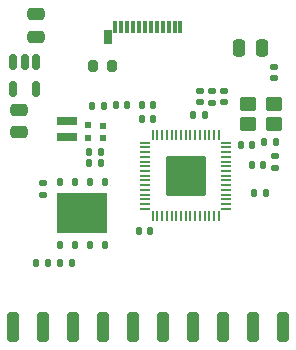
<source format=gbr>
%TF.GenerationSoftware,KiCad,Pcbnew,9.0.4*%
%TF.CreationDate,2025-09-16T12:11:03+02:00*%
%TF.ProjectId,rp2350_gpio_card,72703233-3530-45f6-9770-696f5f636172,X1*%
%TF.SameCoordinates,Original*%
%TF.FileFunction,Soldermask,Top*%
%TF.FilePolarity,Negative*%
%FSLAX46Y46*%
G04 Gerber Fmt 4.6, Leading zero omitted, Abs format (unit mm)*
G04 Created by KiCad (PCBNEW 9.0.4) date 2025-09-16 12:11:03*
%MOMM*%
%LPD*%
G01*
G04 APERTURE LIST*
G04 Aperture macros list*
%AMRoundRect*
0 Rectangle with rounded corners*
0 $1 Rounding radius*
0 $2 $3 $4 $5 $6 $7 $8 $9 X,Y pos of 4 corners*
0 Add a 4 corners polygon primitive as box body*
4,1,4,$2,$3,$4,$5,$6,$7,$8,$9,$2,$3,0*
0 Add four circle primitives for the rounded corners*
1,1,$1+$1,$2,$3*
1,1,$1+$1,$4,$5*
1,1,$1+$1,$6,$7*
1,1,$1+$1,$8,$9*
0 Add four rect primitives between the rounded corners*
20,1,$1+$1,$2,$3,$4,$5,0*
20,1,$1+$1,$4,$5,$6,$7,0*
20,1,$1+$1,$6,$7,$8,$9,0*
20,1,$1+$1,$8,$9,$2,$3,0*%
%AMFreePoly0*
4,1,18,-0.437500,0.050000,-0.433694,0.069134,-0.422855,0.085355,-0.406634,0.096194,-0.387500,0.100000,0.387500,0.100000,0.437500,0.050000,0.437500,-0.050000,0.433694,-0.069134,0.422855,-0.085355,0.406634,-0.096194,0.387500,-0.100000,-0.387500,-0.100000,-0.406634,-0.096194,-0.422855,-0.085355,-0.433694,-0.069134,-0.437500,-0.050000,-0.437500,0.050000,-0.437500,0.050000,$1*%
%AMFreePoly1*
4,1,18,-0.437500,0.050000,-0.433694,0.069134,-0.422855,0.085355,-0.406634,0.096194,-0.387500,0.100000,0.387500,0.100000,0.406634,0.096194,0.422855,0.085355,0.433694,0.069134,0.437500,0.050000,0.437500,-0.050000,0.387500,-0.100000,-0.387500,-0.100000,-0.406634,-0.096194,-0.422855,-0.085355,-0.433694,-0.069134,-0.437500,-0.050000,-0.437500,0.050000,-0.437500,0.050000,$1*%
%AMFreePoly2*
4,1,18,-0.100000,0.387500,-0.050000,0.437500,0.050000,0.437500,0.069134,0.433694,0.085355,0.422855,0.096194,0.406634,0.100000,0.387500,0.100000,-0.387500,0.096194,-0.406634,0.085355,-0.422855,0.069134,-0.433694,0.050000,-0.437500,-0.050000,-0.437500,-0.069134,-0.433694,-0.085355,-0.422855,-0.096194,-0.406634,-0.100000,-0.387500,-0.100000,0.387500,-0.100000,0.387500,$1*%
%AMFreePoly3*
4,1,18,-0.100000,0.387500,-0.096194,0.406634,-0.085355,0.422855,-0.069134,0.433694,-0.050000,0.437500,0.050000,0.437500,0.100000,0.387500,0.100000,-0.387500,0.096194,-0.406634,0.085355,-0.422855,0.069134,-0.433694,0.050000,-0.437500,-0.050000,-0.437500,-0.069134,-0.433694,-0.085355,-0.422855,-0.096194,-0.406634,-0.100000,-0.387500,-0.100000,0.387500,-0.100000,0.387500,$1*%
%AMFreePoly4*
4,1,18,-0.437500,0.050000,-0.433694,0.069134,-0.422855,0.085355,-0.406634,0.096194,-0.387500,0.100000,0.387500,0.100000,0.406634,0.096194,0.422855,0.085355,0.433694,0.069134,0.437500,0.050000,0.437500,-0.050000,0.433694,-0.069134,0.422855,-0.085355,0.406634,-0.096194,0.387500,-0.100000,-0.387500,-0.100000,-0.437500,-0.050000,-0.437500,0.050000,-0.437500,0.050000,$1*%
%AMFreePoly5*
4,1,18,-0.437500,0.050000,-0.387500,0.100000,0.387500,0.100000,0.406634,0.096194,0.422855,0.085355,0.433694,0.069134,0.437500,0.050000,0.437500,-0.050000,0.433694,-0.069134,0.422855,-0.085355,0.406634,-0.096194,0.387500,-0.100000,-0.387500,-0.100000,-0.406634,-0.096194,-0.422855,-0.085355,-0.433694,-0.069134,-0.437500,-0.050000,-0.437500,0.050000,-0.437500,0.050000,$1*%
%AMFreePoly6*
4,1,18,-0.100000,0.387500,-0.096194,0.406634,-0.085355,0.422855,-0.069134,0.433694,-0.050000,0.437500,0.050000,0.437500,0.069134,0.433694,0.085355,0.422855,0.096194,0.406634,0.100000,0.387500,0.100000,-0.387500,0.050000,-0.437500,-0.050000,-0.437500,-0.069134,-0.433694,-0.085355,-0.422855,-0.096194,-0.406634,-0.100000,-0.387500,-0.100000,0.387500,-0.100000,0.387500,$1*%
%AMFreePoly7*
4,1,18,-0.100000,0.387500,-0.096194,0.406634,-0.085355,0.422855,-0.069134,0.433694,-0.050000,0.437500,0.050000,0.437500,0.069134,0.433694,0.085355,0.422855,0.096194,0.406634,0.100000,0.387500,0.100000,-0.387500,0.096194,-0.406634,0.085355,-0.422855,0.069134,-0.433694,0.050000,-0.437500,-0.050000,-0.437500,-0.100000,-0.387500,-0.100000,0.387500,-0.100000,0.387500,$1*%
G04 Aperture macros list end*
%ADD10RoundRect,0.200000X0.200000X0.275000X-0.200000X0.275000X-0.200000X-0.275000X0.200000X-0.275000X0*%
%ADD11R,0.380000X1.000000*%
%ADD12R,0.700000X1.150000*%
%ADD13RoundRect,0.135000X0.185000X-0.135000X0.185000X0.135000X-0.185000X0.135000X-0.185000X-0.135000X0*%
%ADD14RoundRect,0.250000X0.475000X-0.250000X0.475000X0.250000X-0.475000X0.250000X-0.475000X-0.250000X0*%
%ADD15RoundRect,0.135000X-0.185000X0.135000X-0.185000X-0.135000X0.185000X-0.135000X0.185000X0.135000X0*%
%ADD16RoundRect,0.250000X0.450000X0.350000X-0.450000X0.350000X-0.450000X-0.350000X0.450000X-0.350000X0*%
%ADD17R,0.530000X0.470000*%
%ADD18RoundRect,0.140000X-0.140000X-0.170000X0.140000X-0.170000X0.140000X0.170000X-0.140000X0.170000X0*%
%ADD19RoundRect,0.250000X-0.250000X-0.475000X0.250000X-0.475000X0.250000X0.475000X-0.250000X0.475000X0*%
%ADD20RoundRect,0.140000X0.140000X0.170000X-0.140000X0.170000X-0.140000X-0.170000X0.140000X-0.170000X0*%
%ADD21RoundRect,0.250000X-0.250000X1.000000X-0.250000X-1.000000X0.250000X-1.000000X0.250000X1.000000X0*%
%ADD22RoundRect,0.135000X-0.135000X-0.185000X0.135000X-0.185000X0.135000X0.185000X-0.135000X0.185000X0*%
%ADD23RoundRect,0.150000X-0.150000X0.512500X-0.150000X-0.512500X0.150000X-0.512500X0.150000X0.512500X0*%
%ADD24RoundRect,0.140000X0.170000X-0.140000X0.170000X0.140000X-0.170000X0.140000X-0.170000X-0.140000X0*%
%ADD25RoundRect,0.250000X-0.475000X0.250000X-0.475000X-0.250000X0.475000X-0.250000X0.475000X0.250000X0*%
%ADD26RoundRect,0.125000X0.125000X-0.250000X0.125000X0.250000X-0.125000X0.250000X-0.125000X-0.250000X0*%
%ADD27R,4.300000X3.400000*%
%ADD28RoundRect,0.135000X0.135000X0.185000X-0.135000X0.185000X-0.135000X-0.185000X0.135000X-0.185000X0*%
%ADD29FreePoly0,90.000000*%
%ADD30RoundRect,0.050000X0.050000X-0.387500X0.050000X0.387500X-0.050000X0.387500X-0.050000X-0.387500X0*%
%ADD31FreePoly1,90.000000*%
%ADD32FreePoly2,90.000000*%
%ADD33RoundRect,0.050000X0.387500X-0.050000X0.387500X0.050000X-0.387500X0.050000X-0.387500X-0.050000X0*%
%ADD34FreePoly3,90.000000*%
%ADD35FreePoly4,90.000000*%
%ADD36FreePoly5,90.000000*%
%ADD37FreePoly6,90.000000*%
%ADD38FreePoly7,90.000000*%
%ADD39RoundRect,0.153000X1.547000X1.547000X-1.547000X1.547000X-1.547000X-1.547000X1.547000X-1.547000X0*%
%ADD40R,1.700000X0.700000*%
G04 APERTURE END LIST*
D10*
%TO.C,R4*%
X100530183Y-57546434D03*
X98880183Y-57546434D03*
%TD*%
D11*
%TO.C,P1*%
X100805183Y-54186434D03*
X101305183Y-54186434D03*
X101805183Y-54186434D03*
X102305183Y-54186434D03*
X102805183Y-54186434D03*
X103305183Y-54186434D03*
X103805183Y-54186434D03*
X104305183Y-54186434D03*
X104805183Y-54186434D03*
X105305183Y-54186434D03*
X105805183Y-54186434D03*
X106305183Y-54186434D03*
D12*
X100135183Y-55026434D03*
%TD*%
D13*
%TO.C,R8*%
X114300000Y-66110000D03*
X114300000Y-65090000D03*
%TD*%
D14*
%TO.C,C19*%
X94055183Y-55046434D03*
X94055183Y-53146434D03*
%TD*%
D15*
%TO.C,R5*%
X94700000Y-67390000D03*
X94700000Y-68410000D03*
%TD*%
D16*
%TO.C,Y1*%
X114235183Y-60726434D03*
X112035183Y-60726434D03*
X112035183Y-62426434D03*
X114235183Y-62426434D03*
%TD*%
D17*
%TO.C,C1*%
X99750000Y-63615000D03*
X99750000Y-62585000D03*
%TD*%
D18*
%TO.C,C9*%
X102780000Y-71480000D03*
X103740000Y-71480000D03*
%TD*%
D19*
%TO.C,C2*%
X111280000Y-56000000D03*
X113180000Y-56000000D03*
%TD*%
D18*
%TO.C,C10*%
X107400000Y-61646434D03*
X108360000Y-61646434D03*
%TD*%
D20*
%TO.C,C17*%
X103980000Y-60850000D03*
X103020000Y-60850000D03*
%TD*%
D21*
%TO.C,J2*%
X114985183Y-79600000D03*
X112445183Y-79600000D03*
X109905183Y-79600000D03*
X107365183Y-79600000D03*
X104825183Y-79600000D03*
X102285183Y-79600000D03*
X99745183Y-79600000D03*
X97205183Y-79600000D03*
X94665183Y-79600000D03*
X92125183Y-79600000D03*
%TD*%
D20*
%TO.C,C8*%
X103980000Y-62000000D03*
X103020000Y-62000000D03*
%TD*%
D17*
%TO.C,C3*%
X98500000Y-63565000D03*
X98500000Y-62535000D03*
%TD*%
D18*
%TO.C,C5*%
X100820000Y-60850000D03*
X101780000Y-60850000D03*
%TD*%
D22*
%TO.C,R3*%
X98590000Y-64750000D03*
X99610000Y-64750000D03*
%TD*%
D23*
%TO.C,U4*%
X94067683Y-57208934D03*
X93117683Y-57208934D03*
X92167683Y-57208934D03*
X92167683Y-59483934D03*
X94067683Y-59483934D03*
%TD*%
D22*
%TO.C,R1*%
X98790000Y-60860000D03*
X99810000Y-60860000D03*
%TD*%
%TO.C,R7*%
X94090000Y-74200000D03*
X95110000Y-74200000D03*
%TD*%
D24*
%TO.C,C15*%
X114235183Y-58526434D03*
X114235183Y-57566434D03*
%TD*%
D22*
%TO.C,R2*%
X98590000Y-65700000D03*
X99610000Y-65700000D03*
%TD*%
D25*
%TO.C,C21*%
X92600000Y-61200000D03*
X92600000Y-63100000D03*
%TD*%
D18*
%TO.C,C12*%
X111440000Y-64160000D03*
X112400000Y-64160000D03*
%TD*%
D24*
%TO.C,C4*%
X110005183Y-60576434D03*
X110005183Y-59616434D03*
%TD*%
D26*
%TO.C,U2*%
X96100183Y-72696434D03*
X97370183Y-72696434D03*
X98640183Y-72696434D03*
X99910183Y-72696434D03*
X99910183Y-67296434D03*
X98640183Y-67296434D03*
X97370183Y-67296434D03*
X96100183Y-67296434D03*
D27*
X98005183Y-69996434D03*
%TD*%
D24*
%TO.C,C6*%
X109000000Y-60610000D03*
X109000000Y-59650000D03*
%TD*%
%TO.C,C7*%
X107980000Y-60600000D03*
X107980000Y-59640000D03*
%TD*%
D18*
%TO.C,C13*%
X112550000Y-68250000D03*
X113510000Y-68250000D03*
%TD*%
D28*
%TO.C,R6*%
X97120000Y-74200000D03*
X96100000Y-74200000D03*
%TD*%
D18*
%TO.C,C14*%
X112367836Y-65930000D03*
X113327836Y-65930000D03*
%TD*%
%TO.C,C16*%
X113405183Y-63956434D03*
X114365183Y-63956434D03*
%TD*%
D29*
%TO.C,U1*%
X103955183Y-70233934D03*
D30*
X104355183Y-70233934D03*
X104755183Y-70233934D03*
X105155183Y-70233934D03*
X105555183Y-70233934D03*
X105955183Y-70233934D03*
X106355183Y-70233934D03*
X106755183Y-70233934D03*
X107155183Y-70233934D03*
X107555183Y-70233934D03*
X107955183Y-70233934D03*
X108355183Y-70233934D03*
X108755183Y-70233934D03*
X109155183Y-70233934D03*
D31*
X109555183Y-70233934D03*
D32*
X110192683Y-69596434D03*
D33*
X110192683Y-69196434D03*
X110192683Y-68796434D03*
X110192683Y-68396434D03*
X110192683Y-67996434D03*
X110192683Y-67596434D03*
X110192683Y-67196434D03*
X110192683Y-66796434D03*
X110192683Y-66396434D03*
X110192683Y-65996434D03*
X110192683Y-65596434D03*
X110192683Y-65196434D03*
X110192683Y-64796434D03*
X110192683Y-64396434D03*
D34*
X110192683Y-63996434D03*
D35*
X109555183Y-63358934D03*
D30*
X109155183Y-63358934D03*
X108755183Y-63358934D03*
X108355183Y-63358934D03*
X107955183Y-63358934D03*
X107555183Y-63358934D03*
X107155183Y-63358934D03*
X106755183Y-63358934D03*
X106355183Y-63358934D03*
X105955183Y-63358934D03*
X105555183Y-63358934D03*
X105155183Y-63358934D03*
X104755183Y-63358934D03*
X104355183Y-63358934D03*
D36*
X103955183Y-63358934D03*
D37*
X103317683Y-63996434D03*
D33*
X103317683Y-64396434D03*
X103317683Y-64796434D03*
X103317683Y-65196434D03*
X103317683Y-65596434D03*
X103317683Y-65996434D03*
X103317683Y-66396434D03*
X103317683Y-66796434D03*
X103317683Y-67196434D03*
X103317683Y-67596434D03*
X103317683Y-67996434D03*
X103317683Y-68396434D03*
X103317683Y-68796434D03*
X103317683Y-69196434D03*
D38*
X103317683Y-69596434D03*
D39*
X106755183Y-66796434D03*
%TD*%
D40*
%TO.C,L1*%
X96708211Y-63550000D03*
X96708211Y-62150000D03*
%TD*%
M02*

</source>
